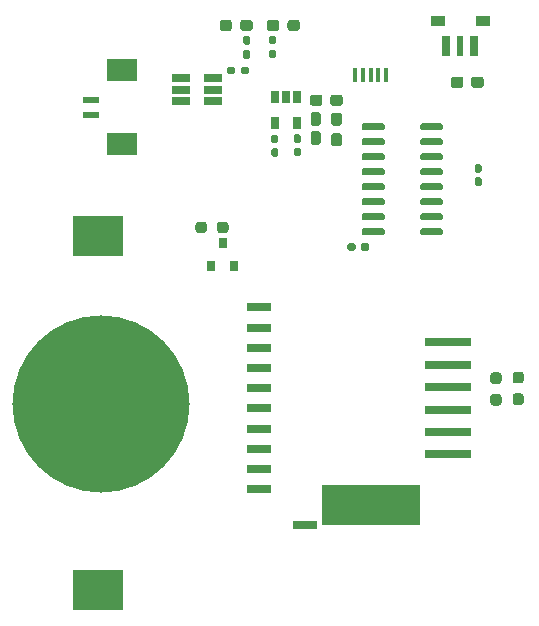
<source format=gbr>
G04 #@! TF.GenerationSoftware,KiCad,Pcbnew,(5.1.10-1-10_14)*
G04 #@! TF.CreationDate,2021-06-27T23:26:48+08:00*
G04 #@! TF.ProjectId,mops-out,6d6f7073-2d6f-4757-942e-6b696361645f,rev?*
G04 #@! TF.SameCoordinates,Original*
G04 #@! TF.FileFunction,Paste,Top*
G04 #@! TF.FilePolarity,Positive*
%FSLAX46Y46*%
G04 Gerber Fmt 4.6, Leading zero omitted, Abs format (unit mm)*
G04 Created by KiCad (PCBNEW (5.1.10-1-10_14)) date 2021-06-27 23:26:48*
%MOMM*%
%LPD*%
G01*
G04 APERTURE LIST*
%ADD10R,4.199992X3.499993*%
%ADD11C,14.999995*%
%ADD12R,0.450000X1.300000*%
%ADD13R,0.800000X0.900000*%
%ADD14R,2.599995X1.899996*%
%ADD15R,1.399997X0.599999*%
%ADD16R,0.650000X1.060000*%
%ADD17R,1.560000X0.650000*%
%ADD18R,8.400034X3.499866*%
%ADD19R,1.999996X0.800100*%
%ADD20R,3.999992X0.800100*%
%ADD21R,1.299997X0.899998*%
%ADD22R,0.750011X1.799996*%
%ADD23R,0.599948X1.799996*%
G04 APERTURE END LIST*
G36*
G01*
X143523380Y-65227060D02*
X143523380Y-65527060D01*
G75*
G02*
X143373380Y-65677060I-150000J0D01*
G01*
X141723380Y-65677060D01*
G75*
G02*
X141573380Y-65527060I0J150000D01*
G01*
X141573380Y-65227060D01*
G75*
G02*
X141723380Y-65077060I150000J0D01*
G01*
X143373380Y-65077060D01*
G75*
G02*
X143523380Y-65227060I0J-150000D01*
G01*
G37*
G36*
G01*
X143523380Y-63957060D02*
X143523380Y-64257060D01*
G75*
G02*
X143373380Y-64407060I-150000J0D01*
G01*
X141723380Y-64407060D01*
G75*
G02*
X141573380Y-64257060I0J150000D01*
G01*
X141573380Y-63957060D01*
G75*
G02*
X141723380Y-63807060I150000J0D01*
G01*
X143373380Y-63807060D01*
G75*
G02*
X143523380Y-63957060I0J-150000D01*
G01*
G37*
G36*
G01*
X143523380Y-62687060D02*
X143523380Y-62987060D01*
G75*
G02*
X143373380Y-63137060I-150000J0D01*
G01*
X141723380Y-63137060D01*
G75*
G02*
X141573380Y-62987060I0J150000D01*
G01*
X141573380Y-62687060D01*
G75*
G02*
X141723380Y-62537060I150000J0D01*
G01*
X143373380Y-62537060D01*
G75*
G02*
X143523380Y-62687060I0J-150000D01*
G01*
G37*
G36*
G01*
X143523380Y-61417060D02*
X143523380Y-61717060D01*
G75*
G02*
X143373380Y-61867060I-150000J0D01*
G01*
X141723380Y-61867060D01*
G75*
G02*
X141573380Y-61717060I0J150000D01*
G01*
X141573380Y-61417060D01*
G75*
G02*
X141723380Y-61267060I150000J0D01*
G01*
X143373380Y-61267060D01*
G75*
G02*
X143523380Y-61417060I0J-150000D01*
G01*
G37*
G36*
G01*
X143523380Y-60147060D02*
X143523380Y-60447060D01*
G75*
G02*
X143373380Y-60597060I-150000J0D01*
G01*
X141723380Y-60597060D01*
G75*
G02*
X141573380Y-60447060I0J150000D01*
G01*
X141573380Y-60147060D01*
G75*
G02*
X141723380Y-59997060I150000J0D01*
G01*
X143373380Y-59997060D01*
G75*
G02*
X143523380Y-60147060I0J-150000D01*
G01*
G37*
G36*
G01*
X143523380Y-58877060D02*
X143523380Y-59177060D01*
G75*
G02*
X143373380Y-59327060I-150000J0D01*
G01*
X141723380Y-59327060D01*
G75*
G02*
X141573380Y-59177060I0J150000D01*
G01*
X141573380Y-58877060D01*
G75*
G02*
X141723380Y-58727060I150000J0D01*
G01*
X143373380Y-58727060D01*
G75*
G02*
X143523380Y-58877060I0J-150000D01*
G01*
G37*
G36*
G01*
X143523380Y-57607060D02*
X143523380Y-57907060D01*
G75*
G02*
X143373380Y-58057060I-150000J0D01*
G01*
X141723380Y-58057060D01*
G75*
G02*
X141573380Y-57907060I0J150000D01*
G01*
X141573380Y-57607060D01*
G75*
G02*
X141723380Y-57457060I150000J0D01*
G01*
X143373380Y-57457060D01*
G75*
G02*
X143523380Y-57607060I0J-150000D01*
G01*
G37*
G36*
G01*
X143523380Y-56337060D02*
X143523380Y-56637060D01*
G75*
G02*
X143373380Y-56787060I-150000J0D01*
G01*
X141723380Y-56787060D01*
G75*
G02*
X141573380Y-56637060I0J150000D01*
G01*
X141573380Y-56337060D01*
G75*
G02*
X141723380Y-56187060I150000J0D01*
G01*
X143373380Y-56187060D01*
G75*
G02*
X143523380Y-56337060I0J-150000D01*
G01*
G37*
G36*
G01*
X138573380Y-56337060D02*
X138573380Y-56637060D01*
G75*
G02*
X138423380Y-56787060I-150000J0D01*
G01*
X136773380Y-56787060D01*
G75*
G02*
X136623380Y-56637060I0J150000D01*
G01*
X136623380Y-56337060D01*
G75*
G02*
X136773380Y-56187060I150000J0D01*
G01*
X138423380Y-56187060D01*
G75*
G02*
X138573380Y-56337060I0J-150000D01*
G01*
G37*
G36*
G01*
X138573380Y-57607060D02*
X138573380Y-57907060D01*
G75*
G02*
X138423380Y-58057060I-150000J0D01*
G01*
X136773380Y-58057060D01*
G75*
G02*
X136623380Y-57907060I0J150000D01*
G01*
X136623380Y-57607060D01*
G75*
G02*
X136773380Y-57457060I150000J0D01*
G01*
X138423380Y-57457060D01*
G75*
G02*
X138573380Y-57607060I0J-150000D01*
G01*
G37*
G36*
G01*
X138573380Y-58877060D02*
X138573380Y-59177060D01*
G75*
G02*
X138423380Y-59327060I-150000J0D01*
G01*
X136773380Y-59327060D01*
G75*
G02*
X136623380Y-59177060I0J150000D01*
G01*
X136623380Y-58877060D01*
G75*
G02*
X136773380Y-58727060I150000J0D01*
G01*
X138423380Y-58727060D01*
G75*
G02*
X138573380Y-58877060I0J-150000D01*
G01*
G37*
G36*
G01*
X138573380Y-60147060D02*
X138573380Y-60447060D01*
G75*
G02*
X138423380Y-60597060I-150000J0D01*
G01*
X136773380Y-60597060D01*
G75*
G02*
X136623380Y-60447060I0J150000D01*
G01*
X136623380Y-60147060D01*
G75*
G02*
X136773380Y-59997060I150000J0D01*
G01*
X138423380Y-59997060D01*
G75*
G02*
X138573380Y-60147060I0J-150000D01*
G01*
G37*
G36*
G01*
X138573380Y-61417060D02*
X138573380Y-61717060D01*
G75*
G02*
X138423380Y-61867060I-150000J0D01*
G01*
X136773380Y-61867060D01*
G75*
G02*
X136623380Y-61717060I0J150000D01*
G01*
X136623380Y-61417060D01*
G75*
G02*
X136773380Y-61267060I150000J0D01*
G01*
X138423380Y-61267060D01*
G75*
G02*
X138573380Y-61417060I0J-150000D01*
G01*
G37*
G36*
G01*
X138573380Y-62687060D02*
X138573380Y-62987060D01*
G75*
G02*
X138423380Y-63137060I-150000J0D01*
G01*
X136773380Y-63137060D01*
G75*
G02*
X136623380Y-62987060I0J150000D01*
G01*
X136623380Y-62687060D01*
G75*
G02*
X136773380Y-62537060I150000J0D01*
G01*
X138423380Y-62537060D01*
G75*
G02*
X138573380Y-62687060I0J-150000D01*
G01*
G37*
G36*
G01*
X138573380Y-63957060D02*
X138573380Y-64257060D01*
G75*
G02*
X138423380Y-64407060I-150000J0D01*
G01*
X136773380Y-64407060D01*
G75*
G02*
X136623380Y-64257060I0J150000D01*
G01*
X136623380Y-63957060D01*
G75*
G02*
X136773380Y-63807060I150000J0D01*
G01*
X138423380Y-63807060D01*
G75*
G02*
X138573380Y-63957060I0J-150000D01*
G01*
G37*
G36*
G01*
X138573380Y-65227060D02*
X138573380Y-65527060D01*
G75*
G02*
X138423380Y-65677060I-150000J0D01*
G01*
X136773380Y-65677060D01*
G75*
G02*
X136623380Y-65527060I0J150000D01*
G01*
X136623380Y-65227060D01*
G75*
G02*
X136773380Y-65077060I150000J0D01*
G01*
X138423380Y-65077060D01*
G75*
G02*
X138573380Y-65227060I0J-150000D01*
G01*
G37*
G36*
G01*
X146652040Y-61501300D02*
X146342040Y-61501300D01*
G75*
G02*
X146187040Y-61346300I0J155000D01*
G01*
X146187040Y-60921300D01*
G75*
G02*
X146342040Y-60766300I155000J0D01*
G01*
X146652040Y-60766300D01*
G75*
G02*
X146807040Y-60921300I0J-155000D01*
G01*
X146807040Y-61346300D01*
G75*
G02*
X146652040Y-61501300I-155000J0D01*
G01*
G37*
G36*
G01*
X146652040Y-60366300D02*
X146342040Y-60366300D01*
G75*
G02*
X146187040Y-60211300I0J155000D01*
G01*
X146187040Y-59786300D01*
G75*
G02*
X146342040Y-59631300I155000J0D01*
G01*
X146652040Y-59631300D01*
G75*
G02*
X146807040Y-59786300I0J-155000D01*
G01*
X146807040Y-60211300D01*
G75*
G02*
X146652040Y-60366300I-155000J0D01*
G01*
G37*
G36*
G01*
X137287280Y-66502220D02*
X137287280Y-66812220D01*
G75*
G02*
X137132280Y-66967220I-155000J0D01*
G01*
X136707280Y-66967220D01*
G75*
G02*
X136552280Y-66812220I0J155000D01*
G01*
X136552280Y-66502220D01*
G75*
G02*
X136707280Y-66347220I155000J0D01*
G01*
X137132280Y-66347220D01*
G75*
G02*
X137287280Y-66502220I0J-155000D01*
G01*
G37*
G36*
G01*
X136152280Y-66502220D02*
X136152280Y-66812220D01*
G75*
G02*
X135997280Y-66967220I-155000J0D01*
G01*
X135572280Y-66967220D01*
G75*
G02*
X135417280Y-66812220I0J155000D01*
G01*
X135417280Y-66502220D01*
G75*
G02*
X135572280Y-66347220I155000J0D01*
G01*
X135997280Y-66347220D01*
G75*
G02*
X136152280Y-66502220I0J-155000D01*
G01*
G37*
G36*
G01*
X132945280Y-56421680D02*
X132520280Y-56421680D01*
G75*
G02*
X132307780Y-56209180I0J212500D01*
G01*
X132307780Y-55409180D01*
G75*
G02*
X132520280Y-55196680I212500J0D01*
G01*
X132945280Y-55196680D01*
G75*
G02*
X133157780Y-55409180I0J-212500D01*
G01*
X133157780Y-56209180D01*
G75*
G02*
X132945280Y-56421680I-212500J0D01*
G01*
G37*
G36*
G01*
X132945280Y-58046680D02*
X132520280Y-58046680D01*
G75*
G02*
X132307780Y-57834180I0J212500D01*
G01*
X132307780Y-57034180D01*
G75*
G02*
X132520280Y-56821680I212500J0D01*
G01*
X132945280Y-56821680D01*
G75*
G02*
X133157780Y-57034180I0J-212500D01*
G01*
X133157780Y-57834180D01*
G75*
G02*
X132945280Y-58046680I-212500J0D01*
G01*
G37*
D10*
X114330480Y-65756282D03*
X114330480Y-95731838D03*
D11*
X114599720Y-79943932D03*
D12*
X136100000Y-52100000D03*
X136750000Y-52100000D03*
X137400000Y-52100000D03*
X138050000Y-52100000D03*
X138700000Y-52100000D03*
G36*
G01*
X124385000Y-65237500D02*
X124385000Y-64762500D01*
G75*
G02*
X124622500Y-64525000I237500J0D01*
G01*
X125122500Y-64525000D01*
G75*
G02*
X125360000Y-64762500I0J-237500D01*
G01*
X125360000Y-65237500D01*
G75*
G02*
X125122500Y-65475000I-237500J0D01*
G01*
X124622500Y-65475000D01*
G75*
G02*
X124385000Y-65237500I0J237500D01*
G01*
G37*
G36*
G01*
X122560000Y-65237500D02*
X122560000Y-64762500D01*
G75*
G02*
X122797500Y-64525000I237500J0D01*
G01*
X123297500Y-64525000D01*
G75*
G02*
X123535000Y-64762500I0J-237500D01*
G01*
X123535000Y-65237500D01*
G75*
G02*
X123297500Y-65475000I-237500J0D01*
G01*
X122797500Y-65475000D01*
G75*
G02*
X122560000Y-65237500I0J237500D01*
G01*
G37*
G36*
G01*
X149647900Y-79053240D02*
X150122900Y-79053240D01*
G75*
G02*
X150360400Y-79290740I0J-237500D01*
G01*
X150360400Y-79790740D01*
G75*
G02*
X150122900Y-80028240I-237500J0D01*
G01*
X149647900Y-80028240D01*
G75*
G02*
X149410400Y-79790740I0J237500D01*
G01*
X149410400Y-79290740D01*
G75*
G02*
X149647900Y-79053240I237500J0D01*
G01*
G37*
G36*
G01*
X149647900Y-77228240D02*
X150122900Y-77228240D01*
G75*
G02*
X150360400Y-77465740I0J-237500D01*
G01*
X150360400Y-77965740D01*
G75*
G02*
X150122900Y-78203240I-237500J0D01*
G01*
X149647900Y-78203240D01*
G75*
G02*
X149410400Y-77965740I0J237500D01*
G01*
X149410400Y-77465740D01*
G75*
G02*
X149647900Y-77228240I237500J0D01*
G01*
G37*
G36*
G01*
X147762500Y-79105000D02*
X148237500Y-79105000D01*
G75*
G02*
X148475000Y-79342500I0J-237500D01*
G01*
X148475000Y-79842500D01*
G75*
G02*
X148237500Y-80080000I-237500J0D01*
G01*
X147762500Y-80080000D01*
G75*
G02*
X147525000Y-79842500I0J237500D01*
G01*
X147525000Y-79342500D01*
G75*
G02*
X147762500Y-79105000I237500J0D01*
G01*
G37*
G36*
G01*
X147762500Y-77280000D02*
X148237500Y-77280000D01*
G75*
G02*
X148475000Y-77517500I0J-237500D01*
G01*
X148475000Y-78017500D01*
G75*
G02*
X148237500Y-78255000I-237500J0D01*
G01*
X147762500Y-78255000D01*
G75*
G02*
X147525000Y-78017500I0J237500D01*
G01*
X147525000Y-77517500D01*
G75*
G02*
X147762500Y-77280000I237500J0D01*
G01*
G37*
G36*
G01*
X129245340Y-49498280D02*
X128925340Y-49498280D01*
G75*
G02*
X128765340Y-49338280I0J160000D01*
G01*
X128765340Y-48943280D01*
G75*
G02*
X128925340Y-48783280I160000J0D01*
G01*
X129245340Y-48783280D01*
G75*
G02*
X129405340Y-48943280I0J-160000D01*
G01*
X129405340Y-49338280D01*
G75*
G02*
X129245340Y-49498280I-160000J0D01*
G01*
G37*
G36*
G01*
X129245340Y-50693280D02*
X128925340Y-50693280D01*
G75*
G02*
X128765340Y-50533280I0J160000D01*
G01*
X128765340Y-50138280D01*
G75*
G02*
X128925340Y-49978280I160000J0D01*
G01*
X129245340Y-49978280D01*
G75*
G02*
X129405340Y-50138280I0J-160000D01*
G01*
X129405340Y-50533280D01*
G75*
G02*
X129245340Y-50693280I-160000J0D01*
G01*
G37*
G36*
G01*
X125919260Y-51569640D02*
X125919260Y-51889640D01*
G75*
G02*
X125759260Y-52049640I-160000J0D01*
G01*
X125364260Y-52049640D01*
G75*
G02*
X125204260Y-51889640I0J160000D01*
G01*
X125204260Y-51569640D01*
G75*
G02*
X125364260Y-51409640I160000J0D01*
G01*
X125759260Y-51409640D01*
G75*
G02*
X125919260Y-51569640I0J-160000D01*
G01*
G37*
G36*
G01*
X127114260Y-51569640D02*
X127114260Y-51889640D01*
G75*
G02*
X126954260Y-52049640I-160000J0D01*
G01*
X126559260Y-52049640D01*
G75*
G02*
X126399260Y-51889640I0J160000D01*
G01*
X126399260Y-51569640D01*
G75*
G02*
X126559260Y-51409640I160000J0D01*
G01*
X126954260Y-51409640D01*
G75*
G02*
X127114260Y-51569640I0J-160000D01*
G01*
G37*
G36*
G01*
X126723160Y-50001140D02*
X127043160Y-50001140D01*
G75*
G02*
X127203160Y-50161140I0J-160000D01*
G01*
X127203160Y-50556140D01*
G75*
G02*
X127043160Y-50716140I-160000J0D01*
G01*
X126723160Y-50716140D01*
G75*
G02*
X126563160Y-50556140I0J160000D01*
G01*
X126563160Y-50161140D01*
G75*
G02*
X126723160Y-50001140I160000J0D01*
G01*
G37*
G36*
G01*
X126723160Y-48806140D02*
X127043160Y-48806140D01*
G75*
G02*
X127203160Y-48966140I0J-160000D01*
G01*
X127203160Y-49361140D01*
G75*
G02*
X127043160Y-49521140I-160000J0D01*
G01*
X126723160Y-49521140D01*
G75*
G02*
X126563160Y-49361140I0J160000D01*
G01*
X126563160Y-48966140D01*
G75*
G02*
X126723160Y-48806140I160000J0D01*
G01*
G37*
D13*
X124858780Y-66287140D03*
X125808780Y-68287140D03*
X123908780Y-68287140D03*
G36*
G01*
X129650000Y-47662500D02*
X129650000Y-48137500D01*
G75*
G02*
X129412500Y-48375000I-237500J0D01*
G01*
X128837500Y-48375000D01*
G75*
G02*
X128600000Y-48137500I0J237500D01*
G01*
X128600000Y-47662500D01*
G75*
G02*
X128837500Y-47425000I237500J0D01*
G01*
X129412500Y-47425000D01*
G75*
G02*
X129650000Y-47662500I0J-237500D01*
G01*
G37*
G36*
G01*
X131400000Y-47662500D02*
X131400000Y-48137500D01*
G75*
G02*
X131162500Y-48375000I-237500J0D01*
G01*
X130587500Y-48375000D01*
G75*
G02*
X130350000Y-48137500I0J237500D01*
G01*
X130350000Y-47662500D01*
G75*
G02*
X130587500Y-47425000I237500J0D01*
G01*
X131162500Y-47425000D01*
G75*
G02*
X131400000Y-47662500I0J-237500D01*
G01*
G37*
G36*
G01*
X126350000Y-48137500D02*
X126350000Y-47662500D01*
G75*
G02*
X126587500Y-47425000I237500J0D01*
G01*
X127162500Y-47425000D01*
G75*
G02*
X127400000Y-47662500I0J-237500D01*
G01*
X127400000Y-48137500D01*
G75*
G02*
X127162500Y-48375000I-237500J0D01*
G01*
X126587500Y-48375000D01*
G75*
G02*
X126350000Y-48137500I0J237500D01*
G01*
G37*
G36*
G01*
X124600000Y-48137500D02*
X124600000Y-47662500D01*
G75*
G02*
X124837500Y-47425000I237500J0D01*
G01*
X125412500Y-47425000D01*
G75*
G02*
X125650000Y-47662500I0J-237500D01*
G01*
X125650000Y-48137500D01*
G75*
G02*
X125412500Y-48375000I-237500J0D01*
G01*
X124837500Y-48375000D01*
G75*
G02*
X124600000Y-48137500I0J237500D01*
G01*
G37*
G36*
G01*
X145897480Y-52950120D02*
X145897480Y-52475120D01*
G75*
G02*
X146134980Y-52237620I237500J0D01*
G01*
X146734980Y-52237620D01*
G75*
G02*
X146972480Y-52475120I0J-237500D01*
G01*
X146972480Y-52950120D01*
G75*
G02*
X146734980Y-53187620I-237500J0D01*
G01*
X146134980Y-53187620D01*
G75*
G02*
X145897480Y-52950120I0J237500D01*
G01*
G37*
G36*
G01*
X144172480Y-52950120D02*
X144172480Y-52475120D01*
G75*
G02*
X144409980Y-52237620I237500J0D01*
G01*
X145009980Y-52237620D01*
G75*
G02*
X145247480Y-52475120I0J-237500D01*
G01*
X145247480Y-52950120D01*
G75*
G02*
X145009980Y-53187620I-237500J0D01*
G01*
X144409980Y-53187620D01*
G75*
G02*
X144172480Y-52950120I0J237500D01*
G01*
G37*
G36*
G01*
X133962020Y-54474120D02*
X133962020Y-53999120D01*
G75*
G02*
X134199520Y-53761620I237500J0D01*
G01*
X134799520Y-53761620D01*
G75*
G02*
X135037020Y-53999120I0J-237500D01*
G01*
X135037020Y-54474120D01*
G75*
G02*
X134799520Y-54711620I-237500J0D01*
G01*
X134199520Y-54711620D01*
G75*
G02*
X133962020Y-54474120I0J237500D01*
G01*
G37*
G36*
G01*
X132237020Y-54474120D02*
X132237020Y-53999120D01*
G75*
G02*
X132474520Y-53761620I237500J0D01*
G01*
X133074520Y-53761620D01*
G75*
G02*
X133312020Y-53999120I0J-237500D01*
G01*
X133312020Y-54474120D01*
G75*
G02*
X133074520Y-54711620I-237500J0D01*
G01*
X132474520Y-54711620D01*
G75*
G02*
X132237020Y-54474120I0J237500D01*
G01*
G37*
G36*
G01*
X129120840Y-58282180D02*
X129430840Y-58282180D01*
G75*
G02*
X129585840Y-58437180I0J-155000D01*
G01*
X129585840Y-58862180D01*
G75*
G02*
X129430840Y-59017180I-155000J0D01*
G01*
X129120840Y-59017180D01*
G75*
G02*
X128965840Y-58862180I0J155000D01*
G01*
X128965840Y-58437180D01*
G75*
G02*
X129120840Y-58282180I155000J0D01*
G01*
G37*
G36*
G01*
X129120840Y-57147180D02*
X129430840Y-57147180D01*
G75*
G02*
X129585840Y-57302180I0J-155000D01*
G01*
X129585840Y-57727180D01*
G75*
G02*
X129430840Y-57882180I-155000J0D01*
G01*
X129120840Y-57882180D01*
G75*
G02*
X128965840Y-57727180I0J155000D01*
G01*
X128965840Y-57302180D01*
G75*
G02*
X129120840Y-57147180I155000J0D01*
G01*
G37*
G36*
G01*
X134738120Y-56380500D02*
X134263120Y-56380500D01*
G75*
G02*
X134025620Y-56143000I0J237500D01*
G01*
X134025620Y-55543000D01*
G75*
G02*
X134263120Y-55305500I237500J0D01*
G01*
X134738120Y-55305500D01*
G75*
G02*
X134975620Y-55543000I0J-237500D01*
G01*
X134975620Y-56143000D01*
G75*
G02*
X134738120Y-56380500I-237500J0D01*
G01*
G37*
G36*
G01*
X134738120Y-58105500D02*
X134263120Y-58105500D01*
G75*
G02*
X134025620Y-57868000I0J237500D01*
G01*
X134025620Y-57268000D01*
G75*
G02*
X134263120Y-57030500I237500J0D01*
G01*
X134738120Y-57030500D01*
G75*
G02*
X134975620Y-57268000I0J-237500D01*
G01*
X134975620Y-57868000D01*
G75*
G02*
X134738120Y-58105500I-237500J0D01*
G01*
G37*
G36*
G01*
X131033460Y-58241540D02*
X131343460Y-58241540D01*
G75*
G02*
X131498460Y-58396540I0J-155000D01*
G01*
X131498460Y-58821540D01*
G75*
G02*
X131343460Y-58976540I-155000J0D01*
G01*
X131033460Y-58976540D01*
G75*
G02*
X130878460Y-58821540I0J155000D01*
G01*
X130878460Y-58396540D01*
G75*
G02*
X131033460Y-58241540I155000J0D01*
G01*
G37*
G36*
G01*
X131033460Y-57106540D02*
X131343460Y-57106540D01*
G75*
G02*
X131498460Y-57261540I0J-155000D01*
G01*
X131498460Y-57686540D01*
G75*
G02*
X131343460Y-57841540I-155000J0D01*
G01*
X131033460Y-57841540D01*
G75*
G02*
X130878460Y-57686540I0J155000D01*
G01*
X130878460Y-57261540D01*
G75*
G02*
X131033460Y-57106540I155000J0D01*
G01*
G37*
D14*
X116318735Y-57944911D03*
X116318735Y-51694987D03*
D15*
X113701265Y-54195109D03*
X113701265Y-55445043D03*
D16*
X131193580Y-56179900D03*
X129293580Y-56179900D03*
X129293580Y-53979900D03*
X130243580Y-53979900D03*
X131193580Y-53979900D03*
D17*
X124019300Y-53334920D03*
X124019300Y-52384920D03*
X124019300Y-54284920D03*
X121319300Y-54284920D03*
X121319300Y-53334920D03*
X121319300Y-52384920D03*
D18*
X137400050Y-88465110D03*
D19*
X131800112Y-90214916D03*
D20*
X143949948Y-84215182D03*
X143949948Y-82315008D03*
X143949948Y-80415088D03*
X143949948Y-78515168D03*
X143949948Y-76614994D03*
X143949948Y-74715074D03*
D19*
X127949980Y-71775024D03*
X127949980Y-73484952D03*
X127949980Y-75195134D03*
X127949980Y-76905062D03*
X127949980Y-78614990D03*
X127949980Y-80325172D03*
X127949980Y-82035100D03*
X127949980Y-83745028D03*
X127949980Y-85454956D03*
X127949980Y-87165138D03*
D21*
X143096270Y-47559108D03*
X146903730Y-47559362D03*
D22*
X143784356Y-49640638D03*
D23*
X144985268Y-49640638D03*
D22*
X146186180Y-49640638D03*
M02*

</source>
